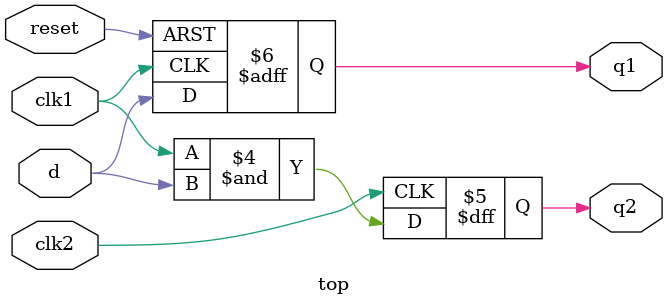
<source format=v>
module top(q1,q2,d,clk1,clk2,reset);
output q1,q2;
input d,clk1,clk2,reset;
reg q1,q2;
always @(posedge clk1 or negedge reset)
if(~reset)q1=1'b0;
else q1=d;
always @(posedge clk2)
q2=clk1&d;//violation location: line no 13.
endmodule

</source>
